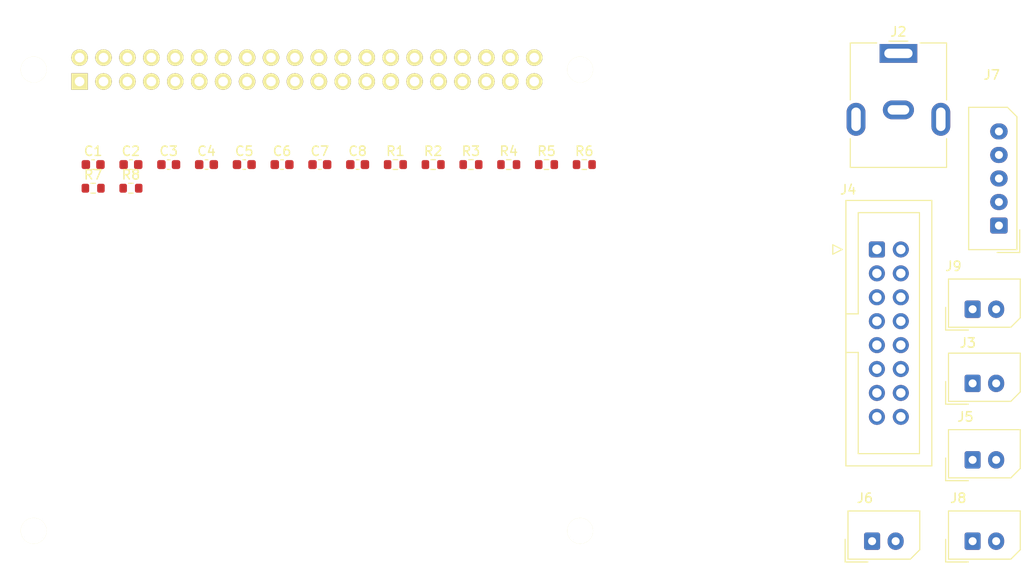
<source format=kicad_pcb>
(kicad_pcb (version 20171130) (host pcbnew "(5.1.9)-1")

  (general
    (thickness 1.6)
    (drawings 0)
    (tracks 0)
    (zones 0)
    (modules 25)
    (nets 32)
  )

  (page A4)
  (layers
    (0 F.Cu signal)
    (31 B.Cu signal)
    (32 B.Adhes user)
    (33 F.Adhes user)
    (34 B.Paste user)
    (35 F.Paste user)
    (36 B.SilkS user)
    (37 F.SilkS user)
    (38 B.Mask user)
    (39 F.Mask user)
    (40 Dwgs.User user)
    (41 Cmts.User user)
    (42 Eco1.User user)
    (43 Eco2.User user)
    (44 Edge.Cuts user)
    (45 Margin user)
    (46 B.CrtYd user)
    (47 F.CrtYd user)
    (48 B.Fab user)
    (49 F.Fab user)
  )

  (setup
    (last_trace_width 0.25)
    (trace_clearance 0.2)
    (zone_clearance 0.508)
    (zone_45_only no)
    (trace_min 0.2)
    (via_size 0.8)
    (via_drill 0.4)
    (via_min_size 0.4)
    (via_min_drill 0.3)
    (uvia_size 0.3)
    (uvia_drill 0.1)
    (uvias_allowed no)
    (uvia_min_size 0.2)
    (uvia_min_drill 0.1)
    (edge_width 0.05)
    (segment_width 0.2)
    (pcb_text_width 0.3)
    (pcb_text_size 1.5 1.5)
    (mod_edge_width 0.12)
    (mod_text_size 1 1)
    (mod_text_width 0.15)
    (pad_size 1.524 1.524)
    (pad_drill 0.762)
    (pad_to_mask_clearance 0)
    (aux_axis_origin 0 0)
    (visible_elements FFFFFF7F)
    (pcbplotparams
      (layerselection 0x010fc_ffffffff)
      (usegerberextensions false)
      (usegerberattributes true)
      (usegerberadvancedattributes true)
      (creategerberjobfile true)
      (excludeedgelayer true)
      (linewidth 0.100000)
      (plotframeref false)
      (viasonmask false)
      (mode 1)
      (useauxorigin false)
      (hpglpennumber 1)
      (hpglpenspeed 20)
      (hpglpendiameter 15.000000)
      (psnegative false)
      (psa4output false)
      (plotreference true)
      (plotvalue true)
      (plotinvisibletext false)
      (padsonsilk false)
      (subtractmaskfromsilk false)
      (outputformat 1)
      (mirror false)
      (drillshape 1)
      (scaleselection 1)
      (outputdirectory ""))
  )

  (net 0 "")
  (net 1 GND)
  (net 2 GPIO6)
  (net 3 GPIO10)
  (net 4 GPIO11)
  (net 5 GPIO5)
  (net 6 GPIO27)
  (net 7 GPIO26)
  (net 8 GPIO16)
  (net 9 GPIO12)
  (net 10 GPIO21)
  (net 11 GPIO20)
  (net 12 GPIO19)
  (net 13 GPIO13)
  (net 14 GPIO7)
  (net 15 GPIO25)
  (net 16 GPIO9)
  (net 17 GPIO24)
  (net 18 +3V3)
  (net 19 GPIO23)
  (net 20 GPIO22)
  (net 21 GPIO18)
  (net 22 GPIO17)
  (net 23 GPIO15)
  (net 24 GPIO14)
  (net 25 GPIO4)
  (net 26 GPIO3)
  (net 27 +5V)
  (net 28 GPIO2)
  (net 29 GPIO8)
  (net 30 GPIO1)
  (net 31 GPIO0)

  (net_class Default "This is the default net class."
    (clearance 0.2)
    (trace_width 0.25)
    (via_dia 0.8)
    (via_drill 0.4)
    (uvia_dia 0.3)
    (uvia_drill 0.1)
    (add_net +3V3)
    (add_net +5V)
    (add_net GND)
    (add_net GPIO0)
    (add_net GPIO1)
    (add_net GPIO10)
    (add_net GPIO11)
    (add_net GPIO12)
    (add_net GPIO13)
    (add_net GPIO14)
    (add_net GPIO15)
    (add_net GPIO16)
    (add_net GPIO17)
    (add_net GPIO18)
    (add_net GPIO19)
    (add_net GPIO2)
    (add_net GPIO20)
    (add_net GPIO21)
    (add_net GPIO22)
    (add_net GPIO23)
    (add_net GPIO24)
    (add_net GPIO25)
    (add_net GPIO26)
    (add_net GPIO27)
    (add_net GPIO3)
    (add_net GPIO4)
    (add_net GPIO5)
    (add_net GPIO6)
    (add_net GPIO7)
    (add_net GPIO8)
    (add_net GPIO9)
  )

  (module Connector_Molex:Molex_SPOX_5267-02A_1x02_P2.50mm_Vertical (layer F.Cu) (tedit 5B7833F7) (tstamp 6086B885)
    (at 199.898 98.806)
    (descr "Molex SPOX Connector System, 5267-02A, 2 Pins per row (http://www.molex.com/pdm_docs/sd/022035035_sd.pdf), generated with kicad-footprint-generator")
    (tags "connector Molex SPOX side entry")
    (path /60A4D3E1)
    (fp_text reference J9 (at -2.032 -4.572) (layer F.SilkS)
      (effects (font (size 1 1) (thickness 0.15)))
    )
    (fp_text value POWER (at 2.54 -4.826) (layer F.Fab)
      (effects (font (size 1 1) (thickness 0.15)))
    )
    (fp_text user %R (at 1.25 -2.4) (layer F.Fab)
      (effects (font (size 1 1) (thickness 0.15)))
    )
    (fp_line (start -2.45 -3.1) (end -2.45 1.8) (layer F.Fab) (width 0.1))
    (fp_line (start -2.45 1.8) (end 3.95 1.8) (layer F.Fab) (width 0.1))
    (fp_line (start 3.95 1.8) (end 4.95 0.8) (layer F.Fab) (width 0.1))
    (fp_line (start 4.95 0.8) (end 4.95 -3.1) (layer F.Fab) (width 0.1))
    (fp_line (start 4.95 -3.1) (end -2.45 -3.1) (layer F.Fab) (width 0.1))
    (fp_line (start -2.56 -3.21) (end -2.56 1.91) (layer F.SilkS) (width 0.12))
    (fp_line (start -2.56 1.91) (end 4.06 1.91) (layer F.SilkS) (width 0.12))
    (fp_line (start 4.06 1.91) (end 5.06 0.91) (layer F.SilkS) (width 0.12))
    (fp_line (start 5.06 0.91) (end 5.06 -3.21) (layer F.SilkS) (width 0.12))
    (fp_line (start 5.06 -3.21) (end -2.56 -3.21) (layer F.SilkS) (width 0.12))
    (fp_line (start -2.86 -0.2) (end -2.86 2.21) (layer F.SilkS) (width 0.12))
    (fp_line (start -2.86 2.21) (end -0.45 2.21) (layer F.SilkS) (width 0.12))
    (fp_line (start -0.5 1.8) (end 0 1.092893) (layer F.Fab) (width 0.1))
    (fp_line (start 0 1.092893) (end 0.5 1.8) (layer F.Fab) (width 0.1))
    (fp_line (start -2.95 -3.6) (end -2.95 2.3) (layer F.CrtYd) (width 0.05))
    (fp_line (start -2.95 2.3) (end 4.45 2.3) (layer F.CrtYd) (width 0.05))
    (fp_line (start 4.45 2.3) (end 5.45 1.3) (layer F.CrtYd) (width 0.05))
    (fp_line (start 5.45 1.3) (end 5.45 -3.6) (layer F.CrtYd) (width 0.05))
    (fp_line (start 5.45 -3.6) (end -2.95 -3.6) (layer F.CrtYd) (width 0.05))
    (pad 2 thru_hole oval (at 2.5 0) (size 1.7 1.85) (drill 0.85) (layers *.Cu *.Mask)
      (net 1 GND))
    (pad 1 thru_hole roundrect (at 0 0) (size 1.7 1.85) (drill 0.85) (layers *.Cu *.Mask) (roundrect_rratio 0.147059)
      (net 27 +5V))
    (model ${KISYS3DMOD}/Connector_Molex.3dshapes/Molex_SPOX_5267-02A_1x02_P2.50mm_Vertical.wrl
      (at (xyz 0 0 0))
      (scale (xyz 1 1 1))
      (rotate (xyz 0 0 0))
    )
  )

  (module Resistor_SMD:R_0603_1608Metric (layer F.Cu) (tedit 5F68FEEE) (tstamp 60868FE2)
    (at 110.563 85.949)
    (descr "Resistor SMD 0603 (1608 Metric), square (rectangular) end terminal, IPC_7351 nominal, (Body size source: IPC-SM-782 page 72, https://www.pcb-3d.com/wordpress/wp-content/uploads/ipc-sm-782a_amendment_1_and_2.pdf), generated with kicad-footprint-generator")
    (tags resistor)
    (path /608A7888)
    (attr smd)
    (fp_text reference R8 (at 0 -1.43) (layer F.SilkS)
      (effects (font (size 1 1) (thickness 0.15)))
    )
    (fp_text value 10K (at 0 1.43) (layer F.Fab)
      (effects (font (size 1 1) (thickness 0.15)))
    )
    (fp_line (start 1.48 0.73) (end -1.48 0.73) (layer F.CrtYd) (width 0.05))
    (fp_line (start 1.48 -0.73) (end 1.48 0.73) (layer F.CrtYd) (width 0.05))
    (fp_line (start -1.48 -0.73) (end 1.48 -0.73) (layer F.CrtYd) (width 0.05))
    (fp_line (start -1.48 0.73) (end -1.48 -0.73) (layer F.CrtYd) (width 0.05))
    (fp_line (start -0.237258 0.5225) (end 0.237258 0.5225) (layer F.SilkS) (width 0.12))
    (fp_line (start -0.237258 -0.5225) (end 0.237258 -0.5225) (layer F.SilkS) (width 0.12))
    (fp_line (start 0.8 0.4125) (end -0.8 0.4125) (layer F.Fab) (width 0.1))
    (fp_line (start 0.8 -0.4125) (end 0.8 0.4125) (layer F.Fab) (width 0.1))
    (fp_line (start -0.8 -0.4125) (end 0.8 -0.4125) (layer F.Fab) (width 0.1))
    (fp_line (start -0.8 0.4125) (end -0.8 -0.4125) (layer F.Fab) (width 0.1))
    (fp_text user %R (at 0 0) (layer F.Fab)
      (effects (font (size 0.4 0.4) (thickness 0.06)))
    )
    (pad 1 smd roundrect (at -0.825 0) (size 0.8 0.95) (layers F.Cu F.Paste F.Mask) (roundrect_rratio 0.25)
      (net 18 +3V3))
    (pad 2 smd roundrect (at 0.825 0) (size 0.8 0.95) (layers F.Cu F.Paste F.Mask) (roundrect_rratio 0.25)
      (net 9 GPIO12))
    (model ${KISYS3DMOD}/Resistor_SMD.3dshapes/R_0603_1608Metric.wrl
      (at (xyz 0 0 0))
      (scale (xyz 1 1 1))
      (rotate (xyz 0 0 0))
    )
  )

  (module Resistor_SMD:R_0603_1608Metric (layer F.Cu) (tedit 5F68FEEE) (tstamp 60868FD1)
    (at 106.553 85.949)
    (descr "Resistor SMD 0603 (1608 Metric), square (rectangular) end terminal, IPC_7351 nominal, (Body size source: IPC-SM-782 page 72, https://www.pcb-3d.com/wordpress/wp-content/uploads/ipc-sm-782a_amendment_1_and_2.pdf), generated with kicad-footprint-generator")
    (tags resistor)
    (path /6085535E)
    (attr smd)
    (fp_text reference R7 (at 0 -1.43) (layer F.SilkS)
      (effects (font (size 1 1) (thickness 0.15)))
    )
    (fp_text value 10K (at 0 1.43) (layer F.Fab)
      (effects (font (size 1 1) (thickness 0.15)))
    )
    (fp_line (start 1.48 0.73) (end -1.48 0.73) (layer F.CrtYd) (width 0.05))
    (fp_line (start 1.48 -0.73) (end 1.48 0.73) (layer F.CrtYd) (width 0.05))
    (fp_line (start -1.48 -0.73) (end 1.48 -0.73) (layer F.CrtYd) (width 0.05))
    (fp_line (start -1.48 0.73) (end -1.48 -0.73) (layer F.CrtYd) (width 0.05))
    (fp_line (start -0.237258 0.5225) (end 0.237258 0.5225) (layer F.SilkS) (width 0.12))
    (fp_line (start -0.237258 -0.5225) (end 0.237258 -0.5225) (layer F.SilkS) (width 0.12))
    (fp_line (start 0.8 0.4125) (end -0.8 0.4125) (layer F.Fab) (width 0.1))
    (fp_line (start 0.8 -0.4125) (end 0.8 0.4125) (layer F.Fab) (width 0.1))
    (fp_line (start -0.8 -0.4125) (end 0.8 -0.4125) (layer F.Fab) (width 0.1))
    (fp_line (start -0.8 0.4125) (end -0.8 -0.4125) (layer F.Fab) (width 0.1))
    (fp_text user %R (at 0 0) (layer F.Fab)
      (effects (font (size 0.4 0.4) (thickness 0.06)))
    )
    (pad 1 smd roundrect (at -0.825 0) (size 0.8 0.95) (layers F.Cu F.Paste F.Mask) (roundrect_rratio 0.25)
      (net 18 +3V3))
    (pad 2 smd roundrect (at 0.825 0) (size 0.8 0.95) (layers F.Cu F.Paste F.Mask) (roundrect_rratio 0.25)
      (net 8 GPIO16))
    (model ${KISYS3DMOD}/Resistor_SMD.3dshapes/R_0603_1608Metric.wrl
      (at (xyz 0 0 0))
      (scale (xyz 1 1 1))
      (rotate (xyz 0 0 0))
    )
  )

  (module Resistor_SMD:R_0603_1608Metric (layer F.Cu) (tedit 5F68FEEE) (tstamp 60868FC0)
    (at 158.683 83.439)
    (descr "Resistor SMD 0603 (1608 Metric), square (rectangular) end terminal, IPC_7351 nominal, (Body size source: IPC-SM-782 page 72, https://www.pcb-3d.com/wordpress/wp-content/uploads/ipc-sm-782a_amendment_1_and_2.pdf), generated with kicad-footprint-generator")
    (tags resistor)
    (path /6085807C)
    (attr smd)
    (fp_text reference R6 (at 0 -1.43) (layer F.SilkS)
      (effects (font (size 1 1) (thickness 0.15)))
    )
    (fp_text value 10K (at 0 1.43) (layer F.Fab)
      (effects (font (size 1 1) (thickness 0.15)))
    )
    (fp_line (start 1.48 0.73) (end -1.48 0.73) (layer F.CrtYd) (width 0.05))
    (fp_line (start 1.48 -0.73) (end 1.48 0.73) (layer F.CrtYd) (width 0.05))
    (fp_line (start -1.48 -0.73) (end 1.48 -0.73) (layer F.CrtYd) (width 0.05))
    (fp_line (start -1.48 0.73) (end -1.48 -0.73) (layer F.CrtYd) (width 0.05))
    (fp_line (start -0.237258 0.5225) (end 0.237258 0.5225) (layer F.SilkS) (width 0.12))
    (fp_line (start -0.237258 -0.5225) (end 0.237258 -0.5225) (layer F.SilkS) (width 0.12))
    (fp_line (start 0.8 0.4125) (end -0.8 0.4125) (layer F.Fab) (width 0.1))
    (fp_line (start 0.8 -0.4125) (end 0.8 0.4125) (layer F.Fab) (width 0.1))
    (fp_line (start -0.8 -0.4125) (end 0.8 -0.4125) (layer F.Fab) (width 0.1))
    (fp_line (start -0.8 0.4125) (end -0.8 -0.4125) (layer F.Fab) (width 0.1))
    (fp_text user %R (at 0 0) (layer F.Fab)
      (effects (font (size 0.4 0.4) (thickness 0.06)))
    )
    (pad 1 smd roundrect (at -0.825 0) (size 0.8 0.95) (layers F.Cu F.Paste F.Mask) (roundrect_rratio 0.25)
      (net 18 +3V3))
    (pad 2 smd roundrect (at 0.825 0) (size 0.8 0.95) (layers F.Cu F.Paste F.Mask) (roundrect_rratio 0.25)
      (net 7 GPIO26))
    (model ${KISYS3DMOD}/Resistor_SMD.3dshapes/R_0603_1608Metric.wrl
      (at (xyz 0 0 0))
      (scale (xyz 1 1 1))
      (rotate (xyz 0 0 0))
    )
  )

  (module Resistor_SMD:R_0603_1608Metric (layer F.Cu) (tedit 5F68FEEE) (tstamp 60868FAF)
    (at 154.673 83.439)
    (descr "Resistor SMD 0603 (1608 Metric), square (rectangular) end terminal, IPC_7351 nominal, (Body size source: IPC-SM-782 page 72, https://www.pcb-3d.com/wordpress/wp-content/uploads/ipc-sm-782a_amendment_1_and_2.pdf), generated with kicad-footprint-generator")
    (tags resistor)
    (path /6085B1DB)
    (attr smd)
    (fp_text reference R5 (at 0 -1.43) (layer F.SilkS)
      (effects (font (size 1 1) (thickness 0.15)))
    )
    (fp_text value 10K (at 0 1.43) (layer F.Fab)
      (effects (font (size 1 1) (thickness 0.15)))
    )
    (fp_line (start 1.48 0.73) (end -1.48 0.73) (layer F.CrtYd) (width 0.05))
    (fp_line (start 1.48 -0.73) (end 1.48 0.73) (layer F.CrtYd) (width 0.05))
    (fp_line (start -1.48 -0.73) (end 1.48 -0.73) (layer F.CrtYd) (width 0.05))
    (fp_line (start -1.48 0.73) (end -1.48 -0.73) (layer F.CrtYd) (width 0.05))
    (fp_line (start -0.237258 0.5225) (end 0.237258 0.5225) (layer F.SilkS) (width 0.12))
    (fp_line (start -0.237258 -0.5225) (end 0.237258 -0.5225) (layer F.SilkS) (width 0.12))
    (fp_line (start 0.8 0.4125) (end -0.8 0.4125) (layer F.Fab) (width 0.1))
    (fp_line (start 0.8 -0.4125) (end 0.8 0.4125) (layer F.Fab) (width 0.1))
    (fp_line (start -0.8 -0.4125) (end 0.8 -0.4125) (layer F.Fab) (width 0.1))
    (fp_line (start -0.8 0.4125) (end -0.8 -0.4125) (layer F.Fab) (width 0.1))
    (fp_text user %R (at 0 0) (layer F.Fab)
      (effects (font (size 0.4 0.4) (thickness 0.06)))
    )
    (pad 1 smd roundrect (at -0.825 0) (size 0.8 0.95) (layers F.Cu F.Paste F.Mask) (roundrect_rratio 0.25)
      (net 18 +3V3))
    (pad 2 smd roundrect (at 0.825 0) (size 0.8 0.95) (layers F.Cu F.Paste F.Mask) (roundrect_rratio 0.25)
      (net 6 GPIO27))
    (model ${KISYS3DMOD}/Resistor_SMD.3dshapes/R_0603_1608Metric.wrl
      (at (xyz 0 0 0))
      (scale (xyz 1 1 1))
      (rotate (xyz 0 0 0))
    )
  )

  (module Resistor_SMD:R_0603_1608Metric (layer F.Cu) (tedit 5F68FEEE) (tstamp 60868F9E)
    (at 150.663 83.439)
    (descr "Resistor SMD 0603 (1608 Metric), square (rectangular) end terminal, IPC_7351 nominal, (Body size source: IPC-SM-782 page 72, https://www.pcb-3d.com/wordpress/wp-content/uploads/ipc-sm-782a_amendment_1_and_2.pdf), generated with kicad-footprint-generator")
    (tags resistor)
    (path /6085B93A)
    (attr smd)
    (fp_text reference R4 (at 0 -1.43) (layer F.SilkS)
      (effects (font (size 1 1) (thickness 0.15)))
    )
    (fp_text value 10K (at 0 1.43) (layer F.Fab)
      (effects (font (size 1 1) (thickness 0.15)))
    )
    (fp_line (start 1.48 0.73) (end -1.48 0.73) (layer F.CrtYd) (width 0.05))
    (fp_line (start 1.48 -0.73) (end 1.48 0.73) (layer F.CrtYd) (width 0.05))
    (fp_line (start -1.48 -0.73) (end 1.48 -0.73) (layer F.CrtYd) (width 0.05))
    (fp_line (start -1.48 0.73) (end -1.48 -0.73) (layer F.CrtYd) (width 0.05))
    (fp_line (start -0.237258 0.5225) (end 0.237258 0.5225) (layer F.SilkS) (width 0.12))
    (fp_line (start -0.237258 -0.5225) (end 0.237258 -0.5225) (layer F.SilkS) (width 0.12))
    (fp_line (start 0.8 0.4125) (end -0.8 0.4125) (layer F.Fab) (width 0.1))
    (fp_line (start 0.8 -0.4125) (end 0.8 0.4125) (layer F.Fab) (width 0.1))
    (fp_line (start -0.8 -0.4125) (end 0.8 -0.4125) (layer F.Fab) (width 0.1))
    (fp_line (start -0.8 0.4125) (end -0.8 -0.4125) (layer F.Fab) (width 0.1))
    (fp_text user %R (at 0 0) (layer F.Fab)
      (effects (font (size 0.4 0.4) (thickness 0.06)))
    )
    (pad 1 smd roundrect (at -0.825 0) (size 0.8 0.95) (layers F.Cu F.Paste F.Mask) (roundrect_rratio 0.25)
      (net 18 +3V3))
    (pad 2 smd roundrect (at 0.825 0) (size 0.8 0.95) (layers F.Cu F.Paste F.Mask) (roundrect_rratio 0.25)
      (net 5 GPIO5))
    (model ${KISYS3DMOD}/Resistor_SMD.3dshapes/R_0603_1608Metric.wrl
      (at (xyz 0 0 0))
      (scale (xyz 1 1 1))
      (rotate (xyz 0 0 0))
    )
  )

  (module Resistor_SMD:R_0603_1608Metric (layer F.Cu) (tedit 5F68FEEE) (tstamp 60868F8D)
    (at 146.653 83.439)
    (descr "Resistor SMD 0603 (1608 Metric), square (rectangular) end terminal, IPC_7351 nominal, (Body size source: IPC-SM-782 page 72, https://www.pcb-3d.com/wordpress/wp-content/uploads/ipc-sm-782a_amendment_1_and_2.pdf), generated with kicad-footprint-generator")
    (tags resistor)
    (path /6089966C)
    (attr smd)
    (fp_text reference R3 (at 0 -1.43) (layer F.SilkS)
      (effects (font (size 1 1) (thickness 0.15)))
    )
    (fp_text value 10K (at 0 1.43) (layer F.Fab)
      (effects (font (size 1 1) (thickness 0.15)))
    )
    (fp_line (start 1.48 0.73) (end -1.48 0.73) (layer F.CrtYd) (width 0.05))
    (fp_line (start 1.48 -0.73) (end 1.48 0.73) (layer F.CrtYd) (width 0.05))
    (fp_line (start -1.48 -0.73) (end 1.48 -0.73) (layer F.CrtYd) (width 0.05))
    (fp_line (start -1.48 0.73) (end -1.48 -0.73) (layer F.CrtYd) (width 0.05))
    (fp_line (start -0.237258 0.5225) (end 0.237258 0.5225) (layer F.SilkS) (width 0.12))
    (fp_line (start -0.237258 -0.5225) (end 0.237258 -0.5225) (layer F.SilkS) (width 0.12))
    (fp_line (start 0.8 0.4125) (end -0.8 0.4125) (layer F.Fab) (width 0.1))
    (fp_line (start 0.8 -0.4125) (end 0.8 0.4125) (layer F.Fab) (width 0.1))
    (fp_line (start -0.8 -0.4125) (end 0.8 -0.4125) (layer F.Fab) (width 0.1))
    (fp_line (start -0.8 0.4125) (end -0.8 -0.4125) (layer F.Fab) (width 0.1))
    (fp_text user %R (at 0 0) (layer F.Fab)
      (effects (font (size 0.4 0.4) (thickness 0.06)))
    )
    (pad 1 smd roundrect (at -0.825 0) (size 0.8 0.95) (layers F.Cu F.Paste F.Mask) (roundrect_rratio 0.25)
      (net 18 +3V3))
    (pad 2 smd roundrect (at 0.825 0) (size 0.8 0.95) (layers F.Cu F.Paste F.Mask) (roundrect_rratio 0.25)
      (net 4 GPIO11))
    (model ${KISYS3DMOD}/Resistor_SMD.3dshapes/R_0603_1608Metric.wrl
      (at (xyz 0 0 0))
      (scale (xyz 1 1 1))
      (rotate (xyz 0 0 0))
    )
  )

  (module Resistor_SMD:R_0603_1608Metric (layer F.Cu) (tedit 5F68FEEE) (tstamp 60868F7C)
    (at 142.643 83.439)
    (descr "Resistor SMD 0603 (1608 Metric), square (rectangular) end terminal, IPC_7351 nominal, (Body size source: IPC-SM-782 page 72, https://www.pcb-3d.com/wordpress/wp-content/uploads/ipc-sm-782a_amendment_1_and_2.pdf), generated with kicad-footprint-generator")
    (tags resistor)
    (path /60894736)
    (attr smd)
    (fp_text reference R2 (at 0 -1.43) (layer F.SilkS)
      (effects (font (size 1 1) (thickness 0.15)))
    )
    (fp_text value 10K (at 0 1.43) (layer F.Fab)
      (effects (font (size 1 1) (thickness 0.15)))
    )
    (fp_line (start 1.48 0.73) (end -1.48 0.73) (layer F.CrtYd) (width 0.05))
    (fp_line (start 1.48 -0.73) (end 1.48 0.73) (layer F.CrtYd) (width 0.05))
    (fp_line (start -1.48 -0.73) (end 1.48 -0.73) (layer F.CrtYd) (width 0.05))
    (fp_line (start -1.48 0.73) (end -1.48 -0.73) (layer F.CrtYd) (width 0.05))
    (fp_line (start -0.237258 0.5225) (end 0.237258 0.5225) (layer F.SilkS) (width 0.12))
    (fp_line (start -0.237258 -0.5225) (end 0.237258 -0.5225) (layer F.SilkS) (width 0.12))
    (fp_line (start 0.8 0.4125) (end -0.8 0.4125) (layer F.Fab) (width 0.1))
    (fp_line (start 0.8 -0.4125) (end 0.8 0.4125) (layer F.Fab) (width 0.1))
    (fp_line (start -0.8 -0.4125) (end 0.8 -0.4125) (layer F.Fab) (width 0.1))
    (fp_line (start -0.8 0.4125) (end -0.8 -0.4125) (layer F.Fab) (width 0.1))
    (fp_text user %R (at 0 0) (layer F.Fab)
      (effects (font (size 0.4 0.4) (thickness 0.06)))
    )
    (pad 1 smd roundrect (at -0.825 0) (size 0.8 0.95) (layers F.Cu F.Paste F.Mask) (roundrect_rratio 0.25)
      (net 18 +3V3))
    (pad 2 smd roundrect (at 0.825 0) (size 0.8 0.95) (layers F.Cu F.Paste F.Mask) (roundrect_rratio 0.25)
      (net 3 GPIO10))
    (model ${KISYS3DMOD}/Resistor_SMD.3dshapes/R_0603_1608Metric.wrl
      (at (xyz 0 0 0))
      (scale (xyz 1 1 1))
      (rotate (xyz 0 0 0))
    )
  )

  (module Resistor_SMD:R_0603_1608Metric (layer F.Cu) (tedit 5F68FEEE) (tstamp 60868F6B)
    (at 138.633 83.439)
    (descr "Resistor SMD 0603 (1608 Metric), square (rectangular) end terminal, IPC_7351 nominal, (Body size source: IPC-SM-782 page 72, https://www.pcb-3d.com/wordpress/wp-content/uploads/ipc-sm-782a_amendment_1_and_2.pdf), generated with kicad-footprint-generator")
    (tags resistor)
    (path /6082043B)
    (attr smd)
    (fp_text reference R1 (at 0 -1.43) (layer F.SilkS)
      (effects (font (size 1 1) (thickness 0.15)))
    )
    (fp_text value 10K (at 0 1.43) (layer F.Fab)
      (effects (font (size 1 1) (thickness 0.15)))
    )
    (fp_line (start 1.48 0.73) (end -1.48 0.73) (layer F.CrtYd) (width 0.05))
    (fp_line (start 1.48 -0.73) (end 1.48 0.73) (layer F.CrtYd) (width 0.05))
    (fp_line (start -1.48 -0.73) (end 1.48 -0.73) (layer F.CrtYd) (width 0.05))
    (fp_line (start -1.48 0.73) (end -1.48 -0.73) (layer F.CrtYd) (width 0.05))
    (fp_line (start -0.237258 0.5225) (end 0.237258 0.5225) (layer F.SilkS) (width 0.12))
    (fp_line (start -0.237258 -0.5225) (end 0.237258 -0.5225) (layer F.SilkS) (width 0.12))
    (fp_line (start 0.8 0.4125) (end -0.8 0.4125) (layer F.Fab) (width 0.1))
    (fp_line (start 0.8 -0.4125) (end 0.8 0.4125) (layer F.Fab) (width 0.1))
    (fp_line (start -0.8 -0.4125) (end 0.8 -0.4125) (layer F.Fab) (width 0.1))
    (fp_line (start -0.8 0.4125) (end -0.8 -0.4125) (layer F.Fab) (width 0.1))
    (fp_text user %R (at 0 0) (layer F.Fab)
      (effects (font (size 0.4 0.4) (thickness 0.06)))
    )
    (pad 1 smd roundrect (at -0.825 0) (size 0.8 0.95) (layers F.Cu F.Paste F.Mask) (roundrect_rratio 0.25)
      (net 18 +3V3))
    (pad 2 smd roundrect (at 0.825 0) (size 0.8 0.95) (layers F.Cu F.Paste F.Mask) (roundrect_rratio 0.25)
      (net 2 GPIO6))
    (model ${KISYS3DMOD}/Resistor_SMD.3dshapes/R_0603_1608Metric.wrl
      (at (xyz 0 0 0))
      (scale (xyz 1 1 1))
      (rotate (xyz 0 0 0))
    )
  )

  (module Connector_Molex:Molex_SPOX_5267-02A_1x02_P2.50mm_Vertical (layer F.Cu) (tedit 5B7833F7) (tstamp 60868F5A)
    (at 199.898 123.444)
    (descr "Molex SPOX Connector System, 5267-02A, 2 Pins per row (http://www.molex.com/pdm_docs/sd/022035035_sd.pdf), generated with kicad-footprint-generator")
    (tags "connector Molex SPOX side entry")
    (path /608A78A0)
    (fp_text reference J8 (at -1.524 -4.572) (layer F.SilkS)
      (effects (font (size 1 1) (thickness 0.15)))
    )
    (fp_text value SW4 (at 2.794 -4.572) (layer F.Fab)
      (effects (font (size 1 1) (thickness 0.15)))
    )
    (fp_text user %R (at 1.25 -2.4) (layer F.Fab)
      (effects (font (size 1 1) (thickness 0.15)))
    )
    (fp_line (start -2.45 -3.1) (end -2.45 1.8) (layer F.Fab) (width 0.1))
    (fp_line (start -2.45 1.8) (end 3.95 1.8) (layer F.Fab) (width 0.1))
    (fp_line (start 3.95 1.8) (end 4.95 0.8) (layer F.Fab) (width 0.1))
    (fp_line (start 4.95 0.8) (end 4.95 -3.1) (layer F.Fab) (width 0.1))
    (fp_line (start 4.95 -3.1) (end -2.45 -3.1) (layer F.Fab) (width 0.1))
    (fp_line (start -2.56 -3.21) (end -2.56 1.91) (layer F.SilkS) (width 0.12))
    (fp_line (start -2.56 1.91) (end 4.06 1.91) (layer F.SilkS) (width 0.12))
    (fp_line (start 4.06 1.91) (end 5.06 0.91) (layer F.SilkS) (width 0.12))
    (fp_line (start 5.06 0.91) (end 5.06 -3.21) (layer F.SilkS) (width 0.12))
    (fp_line (start 5.06 -3.21) (end -2.56 -3.21) (layer F.SilkS) (width 0.12))
    (fp_line (start -2.86 -0.2) (end -2.86 2.21) (layer F.SilkS) (width 0.12))
    (fp_line (start -2.86 2.21) (end -0.45 2.21) (layer F.SilkS) (width 0.12))
    (fp_line (start -0.5 1.8) (end 0 1.092893) (layer F.Fab) (width 0.1))
    (fp_line (start 0 1.092893) (end 0.5 1.8) (layer F.Fab) (width 0.1))
    (fp_line (start -2.95 -3.6) (end -2.95 2.3) (layer F.CrtYd) (width 0.05))
    (fp_line (start -2.95 2.3) (end 4.45 2.3) (layer F.CrtYd) (width 0.05))
    (fp_line (start 4.45 2.3) (end 5.45 1.3) (layer F.CrtYd) (width 0.05))
    (fp_line (start 5.45 1.3) (end 5.45 -3.6) (layer F.CrtYd) (width 0.05))
    (fp_line (start 5.45 -3.6) (end -2.95 -3.6) (layer F.CrtYd) (width 0.05))
    (pad 2 thru_hole oval (at 2.5 0) (size 1.7 1.85) (drill 0.85) (layers *.Cu *.Mask)
      (net 1 GND))
    (pad 1 thru_hole roundrect (at 0 0) (size 1.7 1.85) (drill 0.85) (layers *.Cu *.Mask) (roundrect_rratio 0.147059)
      (net 9 GPIO12))
    (model ${KISYS3DMOD}/Connector_Molex.3dshapes/Molex_SPOX_5267-02A_1x02_P2.50mm_Vertical.wrl
      (at (xyz 0 0 0))
      (scale (xyz 1 1 1))
      (rotate (xyz 0 0 0))
    )
  )

  (module Connector_Molex:Molex_SPOX_5267-05A_1x05_P2.50mm_Vertical (layer F.Cu) (tedit 5B7833F7) (tstamp 60868F40)
    (at 202.692 89.916 90)
    (descr "Molex SPOX Connector System, 5267-05A, 5 Pins per row (http://www.molex.com/pdm_docs/sd/022035035_sd.pdf), generated with kicad-footprint-generator")
    (tags "connector Molex SPOX side entry")
    (path /607EEAB2)
    (fp_text reference J7 (at 16.002 -0.762 180) (layer F.SilkS)
      (effects (font (size 1 1) (thickness 0.15)))
    )
    (fp_text value Joystick (at 14.224 -0.762 180) (layer F.Fab)
      (effects (font (size 1 1) (thickness 0.15)))
    )
    (fp_line (start 12.95 -3.6) (end -2.95 -3.6) (layer F.CrtYd) (width 0.05))
    (fp_line (start 12.95 1.3) (end 12.95 -3.6) (layer F.CrtYd) (width 0.05))
    (fp_line (start 11.95 2.3) (end 12.95 1.3) (layer F.CrtYd) (width 0.05))
    (fp_line (start -2.95 2.3) (end 11.95 2.3) (layer F.CrtYd) (width 0.05))
    (fp_line (start -2.95 -3.6) (end -2.95 2.3) (layer F.CrtYd) (width 0.05))
    (fp_line (start 0 1.092893) (end 0.5 1.8) (layer F.Fab) (width 0.1))
    (fp_line (start -0.5 1.8) (end 0 1.092893) (layer F.Fab) (width 0.1))
    (fp_line (start -2.86 2.21) (end -0.45 2.21) (layer F.SilkS) (width 0.12))
    (fp_line (start -2.86 -0.2) (end -2.86 2.21) (layer F.SilkS) (width 0.12))
    (fp_line (start 12.56 -3.21) (end -2.56 -3.21) (layer F.SilkS) (width 0.12))
    (fp_line (start 12.56 0.91) (end 12.56 -3.21) (layer F.SilkS) (width 0.12))
    (fp_line (start 11.56 1.91) (end 12.56 0.91) (layer F.SilkS) (width 0.12))
    (fp_line (start -2.56 1.91) (end 11.56 1.91) (layer F.SilkS) (width 0.12))
    (fp_line (start -2.56 -3.21) (end -2.56 1.91) (layer F.SilkS) (width 0.12))
    (fp_line (start 12.45 -3.1) (end -2.45 -3.1) (layer F.Fab) (width 0.1))
    (fp_line (start 12.45 0.8) (end 12.45 -3.1) (layer F.Fab) (width 0.1))
    (fp_line (start 11.45 1.8) (end 12.45 0.8) (layer F.Fab) (width 0.1))
    (fp_line (start -2.45 1.8) (end 11.45 1.8) (layer F.Fab) (width 0.1))
    (fp_line (start -2.45 -3.1) (end -2.45 1.8) (layer F.Fab) (width 0.1))
    (fp_text user %R (at 5 -2.4 90) (layer F.Fab)
      (effects (font (size 1 1) (thickness 0.15)))
    )
    (pad 1 thru_hole roundrect (at 0 0 90) (size 1.7 1.85) (drill 0.85) (layers *.Cu *.Mask) (roundrect_rratio 0.147059)
      (net 8 GPIO16))
    (pad 2 thru_hole oval (at 2.5 0 90) (size 1.7 1.85) (drill 0.85) (layers *.Cu *.Mask)
      (net 7 GPIO26))
    (pad 3 thru_hole oval (at 5 0 90) (size 1.7 1.85) (drill 0.85) (layers *.Cu *.Mask)
      (net 6 GPIO27))
    (pad 4 thru_hole oval (at 7.5 0 90) (size 1.7 1.85) (drill 0.85) (layers *.Cu *.Mask)
      (net 5 GPIO5))
    (pad 5 thru_hole oval (at 10 0 90) (size 1.7 1.85) (drill 0.85) (layers *.Cu *.Mask)
      (net 1 GND))
    (model ${KISYS3DMOD}/Connector_Molex.3dshapes/Molex_SPOX_5267-05A_1x05_P2.50mm_Vertical.wrl
      (at (xyz 0 0 0))
      (scale (xyz 1 1 1))
      (rotate (xyz 0 0 0))
    )
  )

  (module Connector_Molex:Molex_SPOX_5267-02A_1x02_P2.50mm_Vertical (layer F.Cu) (tedit 5B7833F7) (tstamp 60868F23)
    (at 189.23 123.444)
    (descr "Molex SPOX Connector System, 5267-02A, 2 Pins per row (http://www.molex.com/pdm_docs/sd/022035035_sd.pdf), generated with kicad-footprint-generator")
    (tags "connector Molex SPOX side entry")
    (path /60899684)
    (fp_text reference J6 (at -0.762 -4.572) (layer F.SilkS)
      (effects (font (size 1 1) (thickness 0.15)))
    )
    (fp_text value SW3 (at 2.794 -4.572) (layer F.Fab)
      (effects (font (size 1 1) (thickness 0.15)))
    )
    (fp_line (start 5.45 -3.6) (end -2.95 -3.6) (layer F.CrtYd) (width 0.05))
    (fp_line (start 5.45 1.3) (end 5.45 -3.6) (layer F.CrtYd) (width 0.05))
    (fp_line (start 4.45 2.3) (end 5.45 1.3) (layer F.CrtYd) (width 0.05))
    (fp_line (start -2.95 2.3) (end 4.45 2.3) (layer F.CrtYd) (width 0.05))
    (fp_line (start -2.95 -3.6) (end -2.95 2.3) (layer F.CrtYd) (width 0.05))
    (fp_line (start 0 1.092893) (end 0.5 1.8) (layer F.Fab) (width 0.1))
    (fp_line (start -0.5 1.8) (end 0 1.092893) (layer F.Fab) (width 0.1))
    (fp_line (start -2.86 2.21) (end -0.45 2.21) (layer F.SilkS) (width 0.12))
    (fp_line (start -2.86 -0.2) (end -2.86 2.21) (layer F.SilkS) (width 0.12))
    (fp_line (start 5.06 -3.21) (end -2.56 -3.21) (layer F.SilkS) (width 0.12))
    (fp_line (start 5.06 0.91) (end 5.06 -3.21) (layer F.SilkS) (width 0.12))
    (fp_line (start 4.06 1.91) (end 5.06 0.91) (layer F.SilkS) (width 0.12))
    (fp_line (start -2.56 1.91) (end 4.06 1.91) (layer F.SilkS) (width 0.12))
    (fp_line (start -2.56 -3.21) (end -2.56 1.91) (layer F.SilkS) (width 0.12))
    (fp_line (start 4.95 -3.1) (end -2.45 -3.1) (layer F.Fab) (width 0.1))
    (fp_line (start 4.95 0.8) (end 4.95 -3.1) (layer F.Fab) (width 0.1))
    (fp_line (start 3.95 1.8) (end 4.95 0.8) (layer F.Fab) (width 0.1))
    (fp_line (start -2.45 1.8) (end 3.95 1.8) (layer F.Fab) (width 0.1))
    (fp_line (start -2.45 -3.1) (end -2.45 1.8) (layer F.Fab) (width 0.1))
    (fp_text user %R (at 1.25 -2.4) (layer F.Fab)
      (effects (font (size 1 1) (thickness 0.15)))
    )
    (pad 1 thru_hole roundrect (at 0 0) (size 1.7 1.85) (drill 0.85) (layers *.Cu *.Mask) (roundrect_rratio 0.147059)
      (net 4 GPIO11))
    (pad 2 thru_hole oval (at 2.5 0) (size 1.7 1.85) (drill 0.85) (layers *.Cu *.Mask)
      (net 1 GND))
    (model ${KISYS3DMOD}/Connector_Molex.3dshapes/Molex_SPOX_5267-02A_1x02_P2.50mm_Vertical.wrl
      (at (xyz 0 0 0))
      (scale (xyz 1 1 1))
      (rotate (xyz 0 0 0))
    )
  )

  (module Connector_Molex:Molex_SPOX_5267-02A_1x02_P2.50mm_Vertical (layer F.Cu) (tedit 5B7833F7) (tstamp 60868F09)
    (at 199.898 114.808)
    (descr "Molex SPOX Connector System, 5267-02A, 2 Pins per row (http://www.molex.com/pdm_docs/sd/022035035_sd.pdf), generated with kicad-footprint-generator")
    (tags "connector Molex SPOX side entry")
    (path /6089474E)
    (fp_text reference J5 (at -0.762 -4.572) (layer F.SilkS)
      (effects (font (size 1 1) (thickness 0.15)))
    )
    (fp_text value SW2 (at 2.794 -4.572) (layer F.Fab)
      (effects (font (size 1 1) (thickness 0.15)))
    )
    (fp_line (start 5.45 -3.6) (end -2.95 -3.6) (layer F.CrtYd) (width 0.05))
    (fp_line (start 5.45 1.3) (end 5.45 -3.6) (layer F.CrtYd) (width 0.05))
    (fp_line (start 4.45 2.3) (end 5.45 1.3) (layer F.CrtYd) (width 0.05))
    (fp_line (start -2.95 2.3) (end 4.45 2.3) (layer F.CrtYd) (width 0.05))
    (fp_line (start -2.95 -3.6) (end -2.95 2.3) (layer F.CrtYd) (width 0.05))
    (fp_line (start 0 1.092893) (end 0.5 1.8) (layer F.Fab) (width 0.1))
    (fp_line (start -0.5 1.8) (end 0 1.092893) (layer F.Fab) (width 0.1))
    (fp_line (start -2.86 2.21) (end -0.45 2.21) (layer F.SilkS) (width 0.12))
    (fp_line (start -2.86 -0.2) (end -2.86 2.21) (layer F.SilkS) (width 0.12))
    (fp_line (start 5.06 -3.21) (end -2.56 -3.21) (layer F.SilkS) (width 0.12))
    (fp_line (start 5.06 0.91) (end 5.06 -3.21) (layer F.SilkS) (width 0.12))
    (fp_line (start 4.06 1.91) (end 5.06 0.91) (layer F.SilkS) (width 0.12))
    (fp_line (start -2.56 1.91) (end 4.06 1.91) (layer F.SilkS) (width 0.12))
    (fp_line (start -2.56 -3.21) (end -2.56 1.91) (layer F.SilkS) (width 0.12))
    (fp_line (start 4.95 -3.1) (end -2.45 -3.1) (layer F.Fab) (width 0.1))
    (fp_line (start 4.95 0.8) (end 4.95 -3.1) (layer F.Fab) (width 0.1))
    (fp_line (start 3.95 1.8) (end 4.95 0.8) (layer F.Fab) (width 0.1))
    (fp_line (start -2.45 1.8) (end 3.95 1.8) (layer F.Fab) (width 0.1))
    (fp_line (start -2.45 -3.1) (end -2.45 1.8) (layer F.Fab) (width 0.1))
    (fp_text user %R (at 1.25 -2.4) (layer F.Fab)
      (effects (font (size 1 1) (thickness 0.15)))
    )
    (pad 1 thru_hole roundrect (at 0 0) (size 1.7 1.85) (drill 0.85) (layers *.Cu *.Mask) (roundrect_rratio 0.147059)
      (net 3 GPIO10))
    (pad 2 thru_hole oval (at 2.5 0) (size 1.7 1.85) (drill 0.85) (layers *.Cu *.Mask)
      (net 1 GND))
    (model ${KISYS3DMOD}/Connector_Molex.3dshapes/Molex_SPOX_5267-02A_1x02_P2.50mm_Vertical.wrl
      (at (xyz 0 0 0))
      (scale (xyz 1 1 1))
      (rotate (xyz 0 0 0))
    )
  )

  (module Connector_IDC:IDC-Header_2x08_P2.54mm_Vertical (layer F.Cu) (tedit 5EAC9A07) (tstamp 60868EEF)
    (at 189.738 92.456)
    (descr "Through hole IDC box header, 2x08, 2.54mm pitch, DIN 41651 / IEC 60603-13, double rows, https://docs.google.com/spreadsheets/d/16SsEcesNF15N3Lb4niX7dcUr-NY5_MFPQhobNuNppn4/edit#gid=0")
    (tags "Through hole vertical IDC box header THT 2x08 2.54mm double row")
    (path /607EB7AF)
    (fp_text reference J4 (at -3.048 -6.35) (layer F.SilkS)
      (effects (font (size 1 1) (thickness 0.15)))
    )
    (fp_text value LED_Matrix (at 2.032 -6.35) (layer F.Fab)
      (effects (font (size 1 1) (thickness 0.15)))
    )
    (fp_line (start 6.22 -5.6) (end -3.68 -5.6) (layer F.CrtYd) (width 0.05))
    (fp_line (start 6.22 23.38) (end 6.22 -5.6) (layer F.CrtYd) (width 0.05))
    (fp_line (start -3.68 23.38) (end 6.22 23.38) (layer F.CrtYd) (width 0.05))
    (fp_line (start -3.68 -5.6) (end -3.68 23.38) (layer F.CrtYd) (width 0.05))
    (fp_line (start -4.68 0.5) (end -3.68 0) (layer F.SilkS) (width 0.12))
    (fp_line (start -4.68 -0.5) (end -4.68 0.5) (layer F.SilkS) (width 0.12))
    (fp_line (start -3.68 0) (end -4.68 -0.5) (layer F.SilkS) (width 0.12))
    (fp_line (start -1.98 10.94) (end -3.29 10.94) (layer F.SilkS) (width 0.12))
    (fp_line (start -1.98 10.94) (end -1.98 10.94) (layer F.SilkS) (width 0.12))
    (fp_line (start -1.98 21.69) (end -1.98 10.94) (layer F.SilkS) (width 0.12))
    (fp_line (start 4.52 21.69) (end -1.98 21.69) (layer F.SilkS) (width 0.12))
    (fp_line (start 4.52 -3.91) (end 4.52 21.69) (layer F.SilkS) (width 0.12))
    (fp_line (start -1.98 -3.91) (end 4.52 -3.91) (layer F.SilkS) (width 0.12))
    (fp_line (start -1.98 6.84) (end -1.98 -3.91) (layer F.SilkS) (width 0.12))
    (fp_line (start -3.29 6.84) (end -1.98 6.84) (layer F.SilkS) (width 0.12))
    (fp_line (start -3.29 22.99) (end -3.29 -5.21) (layer F.SilkS) (width 0.12))
    (fp_line (start 5.83 22.99) (end -3.29 22.99) (layer F.SilkS) (width 0.12))
    (fp_line (start 5.83 -5.21) (end 5.83 22.99) (layer F.SilkS) (width 0.12))
    (fp_line (start -3.29 -5.21) (end 5.83 -5.21) (layer F.SilkS) (width 0.12))
    (fp_line (start -1.98 10.94) (end -3.18 10.94) (layer F.Fab) (width 0.1))
    (fp_line (start -1.98 10.94) (end -1.98 10.94) (layer F.Fab) (width 0.1))
    (fp_line (start -1.98 21.69) (end -1.98 10.94) (layer F.Fab) (width 0.1))
    (fp_line (start 4.52 21.69) (end -1.98 21.69) (layer F.Fab) (width 0.1))
    (fp_line (start 4.52 -3.91) (end 4.52 21.69) (layer F.Fab) (width 0.1))
    (fp_line (start -1.98 -3.91) (end 4.52 -3.91) (layer F.Fab) (width 0.1))
    (fp_line (start -1.98 6.84) (end -1.98 -3.91) (layer F.Fab) (width 0.1))
    (fp_line (start -3.18 6.84) (end -1.98 6.84) (layer F.Fab) (width 0.1))
    (fp_line (start -3.18 22.88) (end -3.18 -4.1) (layer F.Fab) (width 0.1))
    (fp_line (start 5.72 22.88) (end -3.18 22.88) (layer F.Fab) (width 0.1))
    (fp_line (start 5.72 -5.1) (end 5.72 22.88) (layer F.Fab) (width 0.1))
    (fp_line (start -2.18 -5.1) (end 5.72 -5.1) (layer F.Fab) (width 0.1))
    (fp_line (start -3.18 -4.1) (end -2.18 -5.1) (layer F.Fab) (width 0.1))
    (fp_text user %R (at 1.27 8.89 90) (layer F.Fab)
      (effects (font (size 1 1) (thickness 0.15)))
    )
    (pad 1 thru_hole roundrect (at 0 0) (size 1.7 1.7) (drill 1) (layers *.Cu *.Mask) (roundrect_rratio 0.147059)
      (net 22 GPIO17))
    (pad 3 thru_hole circle (at 0 2.54) (size 1.7 1.7) (drill 1) (layers *.Cu *.Mask)
      (net 20 GPIO22))
    (pad 5 thru_hole circle (at 0 5.08) (size 1.7 1.7) (drill 1) (layers *.Cu *.Mask)
      (net 19 GPIO23))
    (pad 7 thru_hole circle (at 0 7.62) (size 1.7 1.7) (drill 1) (layers *.Cu *.Mask)
      (net 15 GPIO25))
    (pad 9 thru_hole circle (at 0 10.16) (size 1.7 1.7) (drill 1) (layers *.Cu *.Mask)
      (net 14 GPIO7))
    (pad 11 thru_hole circle (at 0 12.7) (size 1.7 1.7) (drill 1) (layers *.Cu *.Mask)
      (net 16 GPIO9))
    (pad 13 thru_hole circle (at 0 15.24) (size 1.7 1.7) (drill 1) (layers *.Cu *.Mask)
      (net 26 GPIO3))
    (pad 15 thru_hole circle (at 0 17.78) (size 1.7 1.7) (drill 1) (layers *.Cu *.Mask)
      (net 28 GPIO2))
    (pad 2 thru_hole circle (at 2.54 0) (size 1.7 1.7) (drill 1) (layers *.Cu *.Mask)
      (net 21 GPIO18))
    (pad 4 thru_hole circle (at 2.54 2.54) (size 1.7 1.7) (drill 1) (layers *.Cu *.Mask)
      (net 1 GND))
    (pad 6 thru_hole circle (at 2.54 5.08) (size 1.7 1.7) (drill 1) (layers *.Cu *.Mask)
      (net 17 GPIO24))
    (pad 8 thru_hole circle (at 2.54 7.62) (size 1.7 1.7) (drill 1) (layers *.Cu *.Mask)
      (net 1 GND))
    (pad 10 thru_hole circle (at 2.54 10.16) (size 1.7 1.7) (drill 1) (layers *.Cu *.Mask)
      (net 29 GPIO8))
    (pad 12 thru_hole circle (at 2.54 12.7) (size 1.7 1.7) (drill 1) (layers *.Cu *.Mask)
      (net 1 GND))
    (pad 14 thru_hole circle (at 2.54 15.24) (size 1.7 1.7) (drill 1) (layers *.Cu *.Mask)
      (net 25 GPIO4))
    (pad 16 thru_hole circle (at 2.54 17.78) (size 1.7 1.7) (drill 1) (layers *.Cu *.Mask)
      (net 1 GND))
    (model ${KISYS3DMOD}/Connector_IDC.3dshapes/IDC-Header_2x08_P2.54mm_Vertical.wrl
      (at (xyz 0 0 0))
      (scale (xyz 1 1 1))
      (rotate (xyz 0 0 0))
    )
  )

  (module Connector_Molex:Molex_SPOX_5267-02A_1x02_P2.50mm_Vertical (layer F.Cu) (tedit 5B7833F7) (tstamp 60868EBA)
    (at 199.898 106.68)
    (descr "Molex SPOX Connector System, 5267-02A, 2 Pins per row (http://www.molex.com/pdm_docs/sd/022035035_sd.pdf), generated with kicad-footprint-generator")
    (tags "connector Molex SPOX side entry")
    (path /607ECC5E)
    (fp_text reference J3 (at -0.508 -4.3) (layer F.SilkS)
      (effects (font (size 1 1) (thickness 0.15)))
    )
    (fp_text value SW1 (at 2.794 -4.318) (layer F.Fab)
      (effects (font (size 1 1) (thickness 0.15)))
    )
    (fp_line (start 5.45 -3.6) (end -2.95 -3.6) (layer F.CrtYd) (width 0.05))
    (fp_line (start 5.45 1.3) (end 5.45 -3.6) (layer F.CrtYd) (width 0.05))
    (fp_line (start 4.45 2.3) (end 5.45 1.3) (layer F.CrtYd) (width 0.05))
    (fp_line (start -2.95 2.3) (end 4.45 2.3) (layer F.CrtYd) (width 0.05))
    (fp_line (start -2.95 -3.6) (end -2.95 2.3) (layer F.CrtYd) (width 0.05))
    (fp_line (start 0 1.092893) (end 0.5 1.8) (layer F.Fab) (width 0.1))
    (fp_line (start -0.5 1.8) (end 0 1.092893) (layer F.Fab) (width 0.1))
    (fp_line (start -2.86 2.21) (end -0.45 2.21) (layer F.SilkS) (width 0.12))
    (fp_line (start -2.86 -0.2) (end -2.86 2.21) (layer F.SilkS) (width 0.12))
    (fp_line (start 5.06 -3.21) (end -2.56 -3.21) (layer F.SilkS) (width 0.12))
    (fp_line (start 5.06 0.91) (end 5.06 -3.21) (layer F.SilkS) (width 0.12))
    (fp_line (start 4.06 1.91) (end 5.06 0.91) (layer F.SilkS) (width 0.12))
    (fp_line (start -2.56 1.91) (end 4.06 1.91) (layer F.SilkS) (width 0.12))
    (fp_line (start -2.56 -3.21) (end -2.56 1.91) (layer F.SilkS) (width 0.12))
    (fp_line (start 4.95 -3.1) (end -2.45 -3.1) (layer F.Fab) (width 0.1))
    (fp_line (start 4.95 0.8) (end 4.95 -3.1) (layer F.Fab) (width 0.1))
    (fp_line (start 3.95 1.8) (end 4.95 0.8) (layer F.Fab) (width 0.1))
    (fp_line (start -2.45 1.8) (end 3.95 1.8) (layer F.Fab) (width 0.1))
    (fp_line (start -2.45 -3.1) (end -2.45 1.8) (layer F.Fab) (width 0.1))
    (fp_text user %R (at 1.25 -2.4) (layer F.Fab)
      (effects (font (size 1 1) (thickness 0.15)))
    )
    (pad 1 thru_hole roundrect (at 0 0) (size 1.7 1.85) (drill 0.85) (layers *.Cu *.Mask) (roundrect_rratio 0.147059)
      (net 2 GPIO6))
    (pad 2 thru_hole oval (at 2.5 0) (size 1.7 1.85) (drill 0.85) (layers *.Cu *.Mask)
      (net 1 GND))
    (model ${KISYS3DMOD}/Connector_Molex.3dshapes/Molex_SPOX_5267-02A_1x02_P2.50mm_Vertical.wrl
      (at (xyz 0 0 0))
      (scale (xyz 1 1 1))
      (rotate (xyz 0 0 0))
    )
  )

  (module Connector_BarrelJack:BarrelJack_CUI_PJ-063AH_Horizontal (layer F.Cu) (tedit 5B0886BD) (tstamp 60868EA0)
    (at 192.024 71.628)
    (descr "Barrel Jack, 2.0mm ID, 5.5mm OD, 24V, 8A, no switch, https://www.cui.com/product/resource/pj-063ah.pdf")
    (tags "barrel jack cui dc power")
    (path /60809A0A)
    (fp_text reference J2 (at 0 -2.3) (layer F.SilkS)
      (effects (font (size 1 1) (thickness 0.15)))
    )
    (fp_text value Barrel_Jack (at -0.254 2.794) (layer F.Fab)
      (effects (font (size 1 1) (thickness 0.15)))
    )
    (fp_line (start 6 -1.5) (end -6 -1.5) (layer F.CrtYd) (width 0.05))
    (fp_line (start 6 12.5) (end 6 -1.5) (layer F.CrtYd) (width 0.05))
    (fp_line (start -6 12.5) (end 6 12.5) (layer F.CrtYd) (width 0.05))
    (fp_line (start -6 -1.5) (end -6 12.5) (layer F.CrtYd) (width 0.05))
    (fp_line (start -1 -1.3) (end 1 -1.3) (layer F.SilkS) (width 0.12))
    (fp_line (start -5.11 12.11) (end -5.11 9.05) (layer F.SilkS) (width 0.12))
    (fp_line (start 5.11 12.11) (end -5.11 12.11) (layer F.SilkS) (width 0.12))
    (fp_line (start 5.11 9.05) (end 5.11 12.11) (layer F.SilkS) (width 0.12))
    (fp_line (start 5.11 -1.11) (end 5.11 4.95) (layer F.SilkS) (width 0.12))
    (fp_line (start 2.3 -1.11) (end 5.11 -1.11) (layer F.SilkS) (width 0.12))
    (fp_line (start -5.11 -1.11) (end -2.3 -1.11) (layer F.SilkS) (width 0.12))
    (fp_line (start -5.11 4.95) (end -5.11 -1.11) (layer F.SilkS) (width 0.12))
    (fp_line (start -5 12) (end -5 -1) (layer F.Fab) (width 0.1))
    (fp_line (start 5 12) (end -5 12) (layer F.Fab) (width 0.1))
    (fp_line (start 5 -1) (end 5 12) (layer F.Fab) (width 0.1))
    (fp_line (start 1 -1) (end 5 -1) (layer F.Fab) (width 0.1))
    (fp_line (start 0 0) (end 1 -1) (layer F.Fab) (width 0.1))
    (fp_line (start -1 -1) (end 0 0) (layer F.Fab) (width 0.1))
    (fp_line (start -5 -1) (end -1 -1) (layer F.Fab) (width 0.1))
    (fp_text user %R (at 0 5.5) (layer F.Fab)
      (effects (font (size 1 1) (thickness 0.15)))
    )
    (pad 1 thru_hole rect (at 0 0) (size 4 2) (drill oval 3 1) (layers *.Cu *.Mask)
      (net 27 +5V))
    (pad 2 thru_hole oval (at 0 6) (size 3.3 2) (drill oval 2.3 1) (layers *.Cu *.Mask)
      (net 1 GND))
    (pad MP thru_hole oval (at -4.5 7) (size 2 3.5) (drill oval 1 2.5) (layers *.Cu *.Mask))
    (pad MP thru_hole oval (at 4.5 7) (size 2 3.5) (drill oval 1 2.5) (layers *.Cu *.Mask))
    (pad "" np_thru_hole circle (at 0 9) (size 1.6 1.6) (drill 1.6) (layers *.Cu *.Mask))
    (model ${KISYS3DMOD}/Connector_BarrelJack.3dshapes/BarrelJack_CUI_PJ-063AH_Horizontal.wrl
      (at (xyz 0 0 0))
      (scale (xyz 1 1 1))
      (rotate (xyz 0 0 0))
    )
  )

  (module LED-Matrix-PCB:raspberrypi_2_3 (layer F.Cu) (tedit 5C5E4138) (tstamp 60868E83)
    (at 129.241 73.345)
    (descr "RaspberryPi 2")
    (tags CONN)
    (path /607E4988)
    (fp_text reference J1 (at -16.973 -5.781) (layer F.Fab)
      (effects (font (size 2 2) (thickness 0.25)))
    )
    (fp_text value Raspberry_Pi_2_3 (at 0.1 -5.7) (layer F.Fab)
      (effects (font (size 2 2) (thickness 0.25)))
    )
    (fp_line (start -32.5 16.4) (end -32.5 31) (layer B.CrtYd) (width 0.15))
    (fp_line (start -18.2 52.5) (end -25.7 52.5) (layer B.CrtYd) (width 0.15))
    (fp_line (start 7 52.5) (end -8 52.5) (layer B.CrtYd) (width 0.15))
    (fp_line (start -18.2 47.5) (end -25.7 47.5) (layer B.CrtYd) (width 0.15))
    (fp_line (start -18.2 52.5) (end -18.2 47.5) (layer B.CrtYd) (width 0.15))
    (fp_line (start -25.7 52.5) (end -25.7 47.5) (layer B.CrtYd) (width 0.15))
    (fp_line (start -8 41.8) (end -8 52.5) (layer B.CrtYd) (width 0.15))
    (fp_line (start -8 41.8) (end 7 41.8) (layer B.CrtYd) (width 0.15))
    (fp_line (start 7 52.5) (end 7 41.8) (layer B.CrtYd) (width 0.15))
    (fp_line (start 18 55) (end 24 55) (layer B.CrtYd) (width 0.15))
    (fp_line (start 18 37) (end 18 55) (layer B.CrtYd) (width 0.15))
    (fp_line (start 24 37) (end 18 37) (layer B.CrtYd) (width 0.15))
    (fp_line (start 24 55) (end 24 37) (layer B.CrtYd) (width 0.15))
    (fp_line (start -17.9 16.4) (end -32.5 16.4) (layer B.CrtYd) (width 0.15))
    (fp_line (start -17.9 31) (end -32.5 31) (layer B.CrtYd) (width 0.15))
    (fp_line (start -17.9 16.4) (end -17.9 31) (layer B.CrtYd) (width 0.15))
    (fp_line (start 54.6 50.2) (end 54.6 34.3) (layer B.CrtYd) (width 0.15))
    (fp_line (start 33.6 50.2) (end 33.6 34.3) (layer B.CrtYd) (width 0.15))
    (fp_line (start 54.6 50.2) (end 33.6 50.2) (layer B.CrtYd) (width 0.15))
    (fp_line (start 33.6 34.3) (end 54.6 34.3) (layer B.CrtYd) (width 0.15))
    (fp_line (start 37.5 17) (end 54.6 17) (layer B.CrtYd) (width 0.15))
    (fp_line (start 37.5 30.1) (end 37.5 17) (layer B.CrtYd) (width 0.15))
    (fp_line (start 54.6 30.1) (end 37.5 30.1) (layer B.CrtYd) (width 0.15))
    (fp_line (start 54.6 30.1) (end 54.6 17) (layer B.CrtYd) (width 0.15))
    (fp_line (start 54.6 12.1) (end 37.5 12.1) (layer B.CrtYd) (width 0.15))
    (fp_line (start 37.5 -1) (end 37.5 12.1) (layer B.CrtYd) (width 0.15))
    (fp_line (start 54.6 12.1) (end 54.6 -1) (layer B.CrtYd) (width 0.15))
    (fp_line (start 37.5 -1) (end 54.6 -1) (layer B.CrtYd) (width 0.15))
    (fp_line (start -32.5 49) (end -32.5 0) (layer F.Fab) (width 0.15))
    (fp_line (start 49.5 -3.5) (end -29 -3.5) (layer F.Fab) (width 0.15))
    (fp_line (start 52.5 49.5) (end 52.5 -0.5) (layer F.Fab) (width 0.15))
    (fp_line (start -29 52.5) (end 49.5 52.5) (layer F.Fab) (width 0.15))
    (fp_line (start -25.4 -2.54) (end 25.4 -2.54) (layer F.Fab) (width 0.15))
    (fp_line (start 25.4 2.54) (end -25.4 2.54) (layer F.Fab) (width 0.15))
    (fp_line (start -25.4 -2.54) (end -25.4 2.54) (layer F.Fab) (width 0.15))
    (fp_line (start 25.39492 2.54) (end 25.39492 -2.54) (layer F.Fab) (width 0.15))
    (fp_arc (start 49.5 -0.5) (end 49.5 -3.5) (angle 90) (layer F.Fab) (width 0.15))
    (fp_arc (start 49.5 49.5) (end 52.5 49.5) (angle 90) (layer F.Fab) (width 0.15))
    (fp_arc (start -29 49) (end -29 52.5) (angle 90) (layer F.Fab) (width 0.15))
    (fp_arc (start -29 0) (end -32.5 0) (angle 90) (layer F.Fab) (width 0.15))
    (fp_text user "By Lukaneco" (at 19.349 -5.273) (layer F.Fab)
      (effects (font (size 1 1) (thickness 0.15)))
    )
    (pad 27 thru_hole circle (at 8.89 1.27) (size 1.75 1.75) (drill 1.016) (layers *.Cu *.Mask F.SilkS)
      (net 31 GPIO0))
    (pad 28 thru_hole circle (at 8.89 -1.27) (size 1.75 1.75) (drill 1.016) (layers *.Cu *.Mask F.SilkS)
      (net 30 GPIO1))
    (pad 29 thru_hole circle (at 11.43 1.27) (size 1.75 1.75) (drill 1.016) (layers *.Cu *.Mask F.SilkS)
      (net 5 GPIO5))
    (pad 30 thru_hole circle (at 11.43 -1.27) (size 1.75 1.75) (drill 1.016) (layers *.Cu *.Mask F.SilkS)
      (net 1 GND))
    (pad 24 thru_hole circle (at 3.81 -1.27) (size 1.75 1.75) (drill 1.016) (layers *.Cu *.Mask F.SilkS)
      (net 29 GPIO8))
    (pad 23 thru_hole circle (at 3.81 1.27) (size 1.75 1.75) (drill 1.016) (layers *.Cu *.Mask F.SilkS)
      (net 4 GPIO11))
    (pad 1 thru_hole rect (at -24.13 1.27) (size 1.75 1.75) (drill 1.016) (layers *.Cu *.Mask F.SilkS)
      (net 18 +3V3))
    (pad 2 thru_hole circle (at -24.13 -1.27) (size 1.75 1.75) (drill 1.016) (layers *.Cu *.Mask F.SilkS)
      (net 27 +5V))
    (pad 3 thru_hole circle (at -21.59 1.27) (size 1.75 1.75) (drill 1.016) (layers *.Cu *.Mask F.SilkS)
      (net 28 GPIO2))
    (pad 4 thru_hole circle (at -21.59 -1.27) (size 1.75 1.75) (drill 1.016) (layers *.Cu *.Mask F.SilkS)
      (net 27 +5V))
    (pad 5 thru_hole circle (at -19.05 1.27) (size 1.75 1.75) (drill 1.016) (layers *.Cu *.Mask F.SilkS)
      (net 26 GPIO3))
    (pad 6 thru_hole circle (at -19.05 -1.27) (size 1.75 1.75) (drill 1.016) (layers *.Cu *.Mask F.SilkS)
      (net 1 GND))
    (pad 7 thru_hole circle (at -16.51 1.27) (size 1.75 1.75) (drill 1.016) (layers *.Cu *.Mask F.SilkS)
      (net 25 GPIO4))
    (pad 8 thru_hole circle (at -16.51 -1.27) (size 1.75 1.75) (drill 1.016) (layers *.Cu *.Mask F.SilkS)
      (net 24 GPIO14))
    (pad 9 thru_hole circle (at -13.97 1.27) (size 1.75 1.75) (drill 1.016) (layers *.Cu *.Mask F.SilkS)
      (net 1 GND))
    (pad 10 thru_hole circle (at -13.97 -1.27) (size 1.75 1.75) (drill 1.016) (layers *.Cu *.Mask F.SilkS)
      (net 23 GPIO15))
    (pad 11 thru_hole circle (at -11.43 1.27) (size 1.75 1.75) (drill 1.016) (layers *.Cu *.Mask F.SilkS)
      (net 22 GPIO17))
    (pad 12 thru_hole circle (at -11.43 -1.27) (size 1.75 1.75) (drill 1.016) (layers *.Cu *.Mask F.SilkS)
      (net 21 GPIO18))
    (pad 13 thru_hole circle (at -8.89 1.27) (size 1.75 1.75) (drill 1.016) (layers *.Cu *.Mask F.SilkS)
      (net 6 GPIO27))
    (pad 14 thru_hole circle (at -8.89 -1.27) (size 1.75 1.75) (drill 1.016) (layers *.Cu *.Mask F.SilkS)
      (net 1 GND))
    (pad 15 thru_hole circle (at -6.35 1.27) (size 1.75 1.75) (drill 1.016) (layers *.Cu *.Mask F.SilkS)
      (net 20 GPIO22))
    (pad 16 thru_hole circle (at -6.35 -1.27) (size 1.75 1.75) (drill 1.016) (layers *.Cu *.Mask F.SilkS)
      (net 19 GPIO23))
    (pad 17 thru_hole circle (at -3.81 1.27) (size 1.75 1.75) (drill 1.016) (layers *.Cu *.Mask F.SilkS)
      (net 18 +3V3))
    (pad 18 thru_hole circle (at -3.81 -1.27) (size 1.75 1.75) (drill 1.016) (layers *.Cu *.Mask F.SilkS)
      (net 17 GPIO24))
    (pad 19 thru_hole circle (at -1.27 1.27) (size 1.75 1.75) (drill 1.016) (layers *.Cu *.Mask F.SilkS)
      (net 3 GPIO10))
    (pad 20 thru_hole circle (at -1.27 -1.27) (size 1.75 1.75) (drill 1.016) (layers *.Cu *.Mask F.SilkS)
      (net 1 GND))
    (pad 21 thru_hole circle (at 1.27 1.27) (size 1.75 1.75) (drill 1.016) (layers *.Cu *.Mask F.SilkS)
      (net 16 GPIO9))
    (pad 22 thru_hole circle (at 1.27 -1.27) (size 1.75 1.75) (drill 1.016) (layers *.Cu *.Mask F.SilkS)
      (net 15 GPIO25))
    (pad 25 thru_hole circle (at 6.35 1.27) (size 1.75 1.75) (drill 1.016) (layers *.Cu *.Mask F.SilkS)
      (net 1 GND))
    (pad 26 thru_hole circle (at 6.35 -1.27) (size 1.75 1.75) (drill 1.016) (layers *.Cu *.Mask F.SilkS)
      (net 14 GPIO7))
    (pad 32 thru_hole circle (at 13.97 -1.27) (size 1.75 1.75) (drill 1.016) (layers *.Cu *.Mask F.SilkS)
      (net 9 GPIO12))
    (pad 31 thru_hole circle (at 13.97 1.27) (size 1.75 1.75) (drill 1.016) (layers *.Cu *.Mask F.SilkS)
      (net 2 GPIO6))
    (pad 34 thru_hole circle (at 16.51 -1.27) (size 1.75 1.75) (drill 1.016) (layers *.Cu *.Mask F.SilkS)
      (net 1 GND))
    (pad 33 thru_hole circle (at 16.51 1.27) (size 1.75 1.75) (drill 1.016) (layers *.Cu *.Mask F.SilkS)
      (net 13 GPIO13))
    (pad 36 thru_hole circle (at 19.05 -1.27) (size 1.75 1.75) (drill 1.016) (layers *.Cu *.Mask F.SilkS)
      (net 8 GPIO16))
    (pad 35 thru_hole circle (at 19.05 1.27) (size 1.75 1.75) (drill 1.016) (layers *.Cu *.Mask F.SilkS)
      (net 12 GPIO19))
    (pad 38 thru_hole circle (at 21.59 -1.27) (size 1.75 1.75) (drill 1.016) (layers *.Cu *.Mask F.SilkS)
      (net 11 GPIO20))
    (pad 37 thru_hole circle (at 21.59 1.27) (size 1.75 1.75) (drill 1.016) (layers *.Cu *.Mask F.SilkS)
      (net 7 GPIO26))
    (pad 40 thru_hole circle (at 24.13 -1.27) (size 1.75 1.75) (drill 1.016) (layers *.Cu *.Mask F.SilkS)
      (net 10 GPIO21))
    (pad 39 thru_hole circle (at 24.13 1.27) (size 1.75 1.75) (drill 1.016) (layers *.Cu *.Mask F.SilkS)
      (net 1 GND))
    (pad "" np_thru_hole circle (at -29 0) (size 2.75 2.75) (drill 2.75) (layers *.Cu *.Mask F.SilkS))
    (pad "" np_thru_hole circle (at 29 0) (size 2.75 2.75) (drill 2.75) (layers *.Cu *.Mask F.SilkS))
    (pad "" np_thru_hole circle (at -29 49) (size 2.75 2.75) (drill 2.75) (layers *.Cu *.Mask F.SilkS))
    (pad "" np_thru_hole circle (at 29 49) (size 2.75 2.75) (drill 2.75) (layers *.Cu *.Mask F.SilkS))
    (model unsorted/raspberryPi3b-simple.wrl
      (offset (xyz 9.905999851226808 -24.5871996307373 -18.28799972534179))
      (scale (xyz 1 1 1))
      (rotate (xyz 90 180 180))
    )
    (model Pin_Header/Pin_Header_Straight_Female_2x20_RaspPi.wrl
      (offset (xyz 0 0 -6.349999904632568))
      (scale (xyz 1 1 1))
      (rotate (xyz 90 0 90))
    )
  )

  (module Capacitor_SMD:C_0603_1608Metric (layer F.Cu) (tedit 5F68FEEE) (tstamp 60868E2A)
    (at 134.623 83.439)
    (descr "Capacitor SMD 0603 (1608 Metric), square (rectangular) end terminal, IPC_7351 nominal, (Body size source: IPC-SM-782 page 76, https://www.pcb-3d.com/wordpress/wp-content/uploads/ipc-sm-782a_amendment_1_and_2.pdf), generated with kicad-footprint-generator")
    (tags capacitor)
    (path /608A7891)
    (attr smd)
    (fp_text reference C8 (at 0 -1.43) (layer F.SilkS)
      (effects (font (size 1 1) (thickness 0.15)))
    )
    (fp_text value 10uF (at 0 1.43) (layer F.Fab)
      (effects (font (size 1 1) (thickness 0.15)))
    )
    (fp_line (start 1.48 0.73) (end -1.48 0.73) (layer F.CrtYd) (width 0.05))
    (fp_line (start 1.48 -0.73) (end 1.48 0.73) (layer F.CrtYd) (width 0.05))
    (fp_line (start -1.48 -0.73) (end 1.48 -0.73) (layer F.CrtYd) (width 0.05))
    (fp_line (start -1.48 0.73) (end -1.48 -0.73) (layer F.CrtYd) (width 0.05))
    (fp_line (start -0.14058 0.51) (end 0.14058 0.51) (layer F.SilkS) (width 0.12))
    (fp_line (start -0.14058 -0.51) (end 0.14058 -0.51) (layer F.SilkS) (width 0.12))
    (fp_line (start 0.8 0.4) (end -0.8 0.4) (layer F.Fab) (width 0.1))
    (fp_line (start 0.8 -0.4) (end 0.8 0.4) (layer F.Fab) (width 0.1))
    (fp_line (start -0.8 -0.4) (end 0.8 -0.4) (layer F.Fab) (width 0.1))
    (fp_line (start -0.8 0.4) (end -0.8 -0.4) (layer F.Fab) (width 0.1))
    (fp_text user %R (at 0 0) (layer F.Fab)
      (effects (font (size 0.4 0.4) (thickness 0.06)))
    )
    (pad 1 smd roundrect (at -0.775 0) (size 0.9 0.95) (layers F.Cu F.Paste F.Mask) (roundrect_rratio 0.25)
      (net 9 GPIO12))
    (pad 2 smd roundrect (at 0.775 0) (size 0.9 0.95) (layers F.Cu F.Paste F.Mask) (roundrect_rratio 0.25)
      (net 1 GND))
    (model ${KISYS3DMOD}/Capacitor_SMD.3dshapes/C_0603_1608Metric.wrl
      (at (xyz 0 0 0))
      (scale (xyz 1 1 1))
      (rotate (xyz 0 0 0))
    )
  )

  (module Capacitor_SMD:C_0603_1608Metric (layer F.Cu) (tedit 5F68FEEE) (tstamp 60868E19)
    (at 130.613 83.439)
    (descr "Capacitor SMD 0603 (1608 Metric), square (rectangular) end terminal, IPC_7351 nominal, (Body size source: IPC-SM-782 page 76, https://www.pcb-3d.com/wordpress/wp-content/uploads/ipc-sm-782a_amendment_1_and_2.pdf), generated with kicad-footprint-generator")
    (tags capacitor)
    (path /6087ED16)
    (attr smd)
    (fp_text reference C7 (at 0 -1.43) (layer F.SilkS)
      (effects (font (size 1 1) (thickness 0.15)))
    )
    (fp_text value 10uF (at 0 1.43) (layer F.Fab)
      (effects (font (size 1 1) (thickness 0.15)))
    )
    (fp_line (start 1.48 0.73) (end -1.48 0.73) (layer F.CrtYd) (width 0.05))
    (fp_line (start 1.48 -0.73) (end 1.48 0.73) (layer F.CrtYd) (width 0.05))
    (fp_line (start -1.48 -0.73) (end 1.48 -0.73) (layer F.CrtYd) (width 0.05))
    (fp_line (start -1.48 0.73) (end -1.48 -0.73) (layer F.CrtYd) (width 0.05))
    (fp_line (start -0.14058 0.51) (end 0.14058 0.51) (layer F.SilkS) (width 0.12))
    (fp_line (start -0.14058 -0.51) (end 0.14058 -0.51) (layer F.SilkS) (width 0.12))
    (fp_line (start 0.8 0.4) (end -0.8 0.4) (layer F.Fab) (width 0.1))
    (fp_line (start 0.8 -0.4) (end 0.8 0.4) (layer F.Fab) (width 0.1))
    (fp_line (start -0.8 -0.4) (end 0.8 -0.4) (layer F.Fab) (width 0.1))
    (fp_line (start -0.8 0.4) (end -0.8 -0.4) (layer F.Fab) (width 0.1))
    (fp_text user %R (at 0 0) (layer F.Fab)
      (effects (font (size 0.4 0.4) (thickness 0.06)))
    )
    (pad 1 smd roundrect (at -0.775 0) (size 0.9 0.95) (layers F.Cu F.Paste F.Mask) (roundrect_rratio 0.25)
      (net 8 GPIO16))
    (pad 2 smd roundrect (at 0.775 0) (size 0.9 0.95) (layers F.Cu F.Paste F.Mask) (roundrect_rratio 0.25)
      (net 1 GND))
    (model ${KISYS3DMOD}/Capacitor_SMD.3dshapes/C_0603_1608Metric.wrl
      (at (xyz 0 0 0))
      (scale (xyz 1 1 1))
      (rotate (xyz 0 0 0))
    )
  )

  (module Capacitor_SMD:C_0603_1608Metric (layer F.Cu) (tedit 5F68FEEE) (tstamp 60868E08)
    (at 126.603 83.439)
    (descr "Capacitor SMD 0603 (1608 Metric), square (rectangular) end terminal, IPC_7351 nominal, (Body size source: IPC-SM-782 page 76, https://www.pcb-3d.com/wordpress/wp-content/uploads/ipc-sm-782a_amendment_1_and_2.pdf), generated with kicad-footprint-generator")
    (tags capacitor)
    (path /6087DF2F)
    (attr smd)
    (fp_text reference C6 (at 0 -1.43) (layer F.SilkS)
      (effects (font (size 1 1) (thickness 0.15)))
    )
    (fp_text value 10uF (at 0 1.43) (layer F.Fab)
      (effects (font (size 1 1) (thickness 0.15)))
    )
    (fp_line (start 1.48 0.73) (end -1.48 0.73) (layer F.CrtYd) (width 0.05))
    (fp_line (start 1.48 -0.73) (end 1.48 0.73) (layer F.CrtYd) (width 0.05))
    (fp_line (start -1.48 -0.73) (end 1.48 -0.73) (layer F.CrtYd) (width 0.05))
    (fp_line (start -1.48 0.73) (end -1.48 -0.73) (layer F.CrtYd) (width 0.05))
    (fp_line (start -0.14058 0.51) (end 0.14058 0.51) (layer F.SilkS) (width 0.12))
    (fp_line (start -0.14058 -0.51) (end 0.14058 -0.51) (layer F.SilkS) (width 0.12))
    (fp_line (start 0.8 0.4) (end -0.8 0.4) (layer F.Fab) (width 0.1))
    (fp_line (start 0.8 -0.4) (end 0.8 0.4) (layer F.Fab) (width 0.1))
    (fp_line (start -0.8 -0.4) (end 0.8 -0.4) (layer F.Fab) (width 0.1))
    (fp_line (start -0.8 0.4) (end -0.8 -0.4) (layer F.Fab) (width 0.1))
    (fp_text user %R (at 0 0) (layer F.Fab)
      (effects (font (size 0.4 0.4) (thickness 0.06)))
    )
    (pad 1 smd roundrect (at -0.775 0) (size 0.9 0.95) (layers F.Cu F.Paste F.Mask) (roundrect_rratio 0.25)
      (net 7 GPIO26))
    (pad 2 smd roundrect (at 0.775 0) (size 0.9 0.95) (layers F.Cu F.Paste F.Mask) (roundrect_rratio 0.25)
      (net 1 GND))
    (model ${KISYS3DMOD}/Capacitor_SMD.3dshapes/C_0603_1608Metric.wrl
      (at (xyz 0 0 0))
      (scale (xyz 1 1 1))
      (rotate (xyz 0 0 0))
    )
  )

  (module Capacitor_SMD:C_0603_1608Metric (layer F.Cu) (tedit 5F68FEEE) (tstamp 60868DF7)
    (at 122.593 83.439)
    (descr "Capacitor SMD 0603 (1608 Metric), square (rectangular) end terminal, IPC_7351 nominal, (Body size source: IPC-SM-782 page 76, https://www.pcb-3d.com/wordpress/wp-content/uploads/ipc-sm-782a_amendment_1_and_2.pdf), generated with kicad-footprint-generator")
    (tags capacitor)
    (path /6087D122)
    (attr smd)
    (fp_text reference C5 (at 0 -1.43) (layer F.SilkS)
      (effects (font (size 1 1) (thickness 0.15)))
    )
    (fp_text value 10uF (at 0 1.43) (layer F.Fab)
      (effects (font (size 1 1) (thickness 0.15)))
    )
    (fp_line (start 1.48 0.73) (end -1.48 0.73) (layer F.CrtYd) (width 0.05))
    (fp_line (start 1.48 -0.73) (end 1.48 0.73) (layer F.CrtYd) (width 0.05))
    (fp_line (start -1.48 -0.73) (end 1.48 -0.73) (layer F.CrtYd) (width 0.05))
    (fp_line (start -1.48 0.73) (end -1.48 -0.73) (layer F.CrtYd) (width 0.05))
    (fp_line (start -0.14058 0.51) (end 0.14058 0.51) (layer F.SilkS) (width 0.12))
    (fp_line (start -0.14058 -0.51) (end 0.14058 -0.51) (layer F.SilkS) (width 0.12))
    (fp_line (start 0.8 0.4) (end -0.8 0.4) (layer F.Fab) (width 0.1))
    (fp_line (start 0.8 -0.4) (end 0.8 0.4) (layer F.Fab) (width 0.1))
    (fp_line (start -0.8 -0.4) (end 0.8 -0.4) (layer F.Fab) (width 0.1))
    (fp_line (start -0.8 0.4) (end -0.8 -0.4) (layer F.Fab) (width 0.1))
    (fp_text user %R (at 0 0) (layer F.Fab)
      (effects (font (size 0.4 0.4) (thickness 0.06)))
    )
    (pad 1 smd roundrect (at -0.775 0) (size 0.9 0.95) (layers F.Cu F.Paste F.Mask) (roundrect_rratio 0.25)
      (net 6 GPIO27))
    (pad 2 smd roundrect (at 0.775 0) (size 0.9 0.95) (layers F.Cu F.Paste F.Mask) (roundrect_rratio 0.25)
      (net 1 GND))
    (model ${KISYS3DMOD}/Capacitor_SMD.3dshapes/C_0603_1608Metric.wrl
      (at (xyz 0 0 0))
      (scale (xyz 1 1 1))
      (rotate (xyz 0 0 0))
    )
  )

  (module Capacitor_SMD:C_0603_1608Metric (layer F.Cu) (tedit 5F68FEEE) (tstamp 60868DE6)
    (at 118.583 83.439)
    (descr "Capacitor SMD 0603 (1608 Metric), square (rectangular) end terminal, IPC_7351 nominal, (Body size source: IPC-SM-782 page 76, https://www.pcb-3d.com/wordpress/wp-content/uploads/ipc-sm-782a_amendment_1_and_2.pdf), generated with kicad-footprint-generator")
    (tags capacitor)
    (path /6087C07F)
    (attr smd)
    (fp_text reference C4 (at 0 -1.43) (layer F.SilkS)
      (effects (font (size 1 1) (thickness 0.15)))
    )
    (fp_text value 10uF (at 0 1.43) (layer F.Fab)
      (effects (font (size 1 1) (thickness 0.15)))
    )
    (fp_line (start 1.48 0.73) (end -1.48 0.73) (layer F.CrtYd) (width 0.05))
    (fp_line (start 1.48 -0.73) (end 1.48 0.73) (layer F.CrtYd) (width 0.05))
    (fp_line (start -1.48 -0.73) (end 1.48 -0.73) (layer F.CrtYd) (width 0.05))
    (fp_line (start -1.48 0.73) (end -1.48 -0.73) (layer F.CrtYd) (width 0.05))
    (fp_line (start -0.14058 0.51) (end 0.14058 0.51) (layer F.SilkS) (width 0.12))
    (fp_line (start -0.14058 -0.51) (end 0.14058 -0.51) (layer F.SilkS) (width 0.12))
    (fp_line (start 0.8 0.4) (end -0.8 0.4) (layer F.Fab) (width 0.1))
    (fp_line (start 0.8 -0.4) (end 0.8 0.4) (layer F.Fab) (width 0.1))
    (fp_line (start -0.8 -0.4) (end 0.8 -0.4) (layer F.Fab) (width 0.1))
    (fp_line (start -0.8 0.4) (end -0.8 -0.4) (layer F.Fab) (width 0.1))
    (fp_text user %R (at 0 0) (layer F.Fab)
      (effects (font (size 0.4 0.4) (thickness 0.06)))
    )
    (pad 1 smd roundrect (at -0.775 0) (size 0.9 0.95) (layers F.Cu F.Paste F.Mask) (roundrect_rratio 0.25)
      (net 5 GPIO5))
    (pad 2 smd roundrect (at 0.775 0) (size 0.9 0.95) (layers F.Cu F.Paste F.Mask) (roundrect_rratio 0.25)
      (net 1 GND))
    (model ${KISYS3DMOD}/Capacitor_SMD.3dshapes/C_0603_1608Metric.wrl
      (at (xyz 0 0 0))
      (scale (xyz 1 1 1))
      (rotate (xyz 0 0 0))
    )
  )

  (module Capacitor_SMD:C_0603_1608Metric (layer F.Cu) (tedit 5F68FEEE) (tstamp 60868DD5)
    (at 114.573 83.439)
    (descr "Capacitor SMD 0603 (1608 Metric), square (rectangular) end terminal, IPC_7351 nominal, (Body size source: IPC-SM-782 page 76, https://www.pcb-3d.com/wordpress/wp-content/uploads/ipc-sm-782a_amendment_1_and_2.pdf), generated with kicad-footprint-generator")
    (tags capacitor)
    (path /60899675)
    (attr smd)
    (fp_text reference C3 (at 0 -1.43) (layer F.SilkS)
      (effects (font (size 1 1) (thickness 0.15)))
    )
    (fp_text value 10uF (at 0 1.43) (layer F.Fab)
      (effects (font (size 1 1) (thickness 0.15)))
    )
    (fp_line (start 1.48 0.73) (end -1.48 0.73) (layer F.CrtYd) (width 0.05))
    (fp_line (start 1.48 -0.73) (end 1.48 0.73) (layer F.CrtYd) (width 0.05))
    (fp_line (start -1.48 -0.73) (end 1.48 -0.73) (layer F.CrtYd) (width 0.05))
    (fp_line (start -1.48 0.73) (end -1.48 -0.73) (layer F.CrtYd) (width 0.05))
    (fp_line (start -0.14058 0.51) (end 0.14058 0.51) (layer F.SilkS) (width 0.12))
    (fp_line (start -0.14058 -0.51) (end 0.14058 -0.51) (layer F.SilkS) (width 0.12))
    (fp_line (start 0.8 0.4) (end -0.8 0.4) (layer F.Fab) (width 0.1))
    (fp_line (start 0.8 -0.4) (end 0.8 0.4) (layer F.Fab) (width 0.1))
    (fp_line (start -0.8 -0.4) (end 0.8 -0.4) (layer F.Fab) (width 0.1))
    (fp_line (start -0.8 0.4) (end -0.8 -0.4) (layer F.Fab) (width 0.1))
    (fp_text user %R (at 0 0) (layer F.Fab)
      (effects (font (size 0.4 0.4) (thickness 0.06)))
    )
    (pad 1 smd roundrect (at -0.775 0) (size 0.9 0.95) (layers F.Cu F.Paste F.Mask) (roundrect_rratio 0.25)
      (net 4 GPIO11))
    (pad 2 smd roundrect (at 0.775 0) (size 0.9 0.95) (layers F.Cu F.Paste F.Mask) (roundrect_rratio 0.25)
      (net 1 GND))
    (model ${KISYS3DMOD}/Capacitor_SMD.3dshapes/C_0603_1608Metric.wrl
      (at (xyz 0 0 0))
      (scale (xyz 1 1 1))
      (rotate (xyz 0 0 0))
    )
  )

  (module Capacitor_SMD:C_0603_1608Metric (layer F.Cu) (tedit 5F68FEEE) (tstamp 60868DC4)
    (at 110.563 83.439)
    (descr "Capacitor SMD 0603 (1608 Metric), square (rectangular) end terminal, IPC_7351 nominal, (Body size source: IPC-SM-782 page 76, https://www.pcb-3d.com/wordpress/wp-content/uploads/ipc-sm-782a_amendment_1_and_2.pdf), generated with kicad-footprint-generator")
    (tags capacitor)
    (path /6089473F)
    (attr smd)
    (fp_text reference C2 (at 0 -1.43) (layer F.SilkS)
      (effects (font (size 1 1) (thickness 0.15)))
    )
    (fp_text value 10uF (at 0 1.43) (layer F.Fab)
      (effects (font (size 1 1) (thickness 0.15)))
    )
    (fp_line (start 1.48 0.73) (end -1.48 0.73) (layer F.CrtYd) (width 0.05))
    (fp_line (start 1.48 -0.73) (end 1.48 0.73) (layer F.CrtYd) (width 0.05))
    (fp_line (start -1.48 -0.73) (end 1.48 -0.73) (layer F.CrtYd) (width 0.05))
    (fp_line (start -1.48 0.73) (end -1.48 -0.73) (layer F.CrtYd) (width 0.05))
    (fp_line (start -0.14058 0.51) (end 0.14058 0.51) (layer F.SilkS) (width 0.12))
    (fp_line (start -0.14058 -0.51) (end 0.14058 -0.51) (layer F.SilkS) (width 0.12))
    (fp_line (start 0.8 0.4) (end -0.8 0.4) (layer F.Fab) (width 0.1))
    (fp_line (start 0.8 -0.4) (end 0.8 0.4) (layer F.Fab) (width 0.1))
    (fp_line (start -0.8 -0.4) (end 0.8 -0.4) (layer F.Fab) (width 0.1))
    (fp_line (start -0.8 0.4) (end -0.8 -0.4) (layer F.Fab) (width 0.1))
    (fp_text user %R (at 0 0) (layer F.Fab)
      (effects (font (size 0.4 0.4) (thickness 0.06)))
    )
    (pad 1 smd roundrect (at -0.775 0) (size 0.9 0.95) (layers F.Cu F.Paste F.Mask) (roundrect_rratio 0.25)
      (net 3 GPIO10))
    (pad 2 smd roundrect (at 0.775 0) (size 0.9 0.95) (layers F.Cu F.Paste F.Mask) (roundrect_rratio 0.25)
      (net 1 GND))
    (model ${KISYS3DMOD}/Capacitor_SMD.3dshapes/C_0603_1608Metric.wrl
      (at (xyz 0 0 0))
      (scale (xyz 1 1 1))
      (rotate (xyz 0 0 0))
    )
  )

  (module Capacitor_SMD:C_0603_1608Metric (layer F.Cu) (tedit 5F68FEEE) (tstamp 60868DB3)
    (at 106.553 83.439)
    (descr "Capacitor SMD 0603 (1608 Metric), square (rectangular) end terminal, IPC_7351 nominal, (Body size source: IPC-SM-782 page 76, https://www.pcb-3d.com/wordpress/wp-content/uploads/ipc-sm-782a_amendment_1_and_2.pdf), generated with kicad-footprint-generator")
    (tags capacitor)
    (path /6082507D)
    (attr smd)
    (fp_text reference C1 (at 0 -1.43) (layer F.SilkS)
      (effects (font (size 1 1) (thickness 0.15)))
    )
    (fp_text value 10uF (at 0 1.43) (layer F.Fab)
      (effects (font (size 1 1) (thickness 0.15)))
    )
    (fp_line (start 1.48 0.73) (end -1.48 0.73) (layer F.CrtYd) (width 0.05))
    (fp_line (start 1.48 -0.73) (end 1.48 0.73) (layer F.CrtYd) (width 0.05))
    (fp_line (start -1.48 -0.73) (end 1.48 -0.73) (layer F.CrtYd) (width 0.05))
    (fp_line (start -1.48 0.73) (end -1.48 -0.73) (layer F.CrtYd) (width 0.05))
    (fp_line (start -0.14058 0.51) (end 0.14058 0.51) (layer F.SilkS) (width 0.12))
    (fp_line (start -0.14058 -0.51) (end 0.14058 -0.51) (layer F.SilkS) (width 0.12))
    (fp_line (start 0.8 0.4) (end -0.8 0.4) (layer F.Fab) (width 0.1))
    (fp_line (start 0.8 -0.4) (end 0.8 0.4) (layer F.Fab) (width 0.1))
    (fp_line (start -0.8 -0.4) (end 0.8 -0.4) (layer F.Fab) (width 0.1))
    (fp_line (start -0.8 0.4) (end -0.8 -0.4) (layer F.Fab) (width 0.1))
    (fp_text user %R (at 0 0) (layer F.Fab)
      (effects (font (size 0.4 0.4) (thickness 0.06)))
    )
    (pad 1 smd roundrect (at -0.775 0) (size 0.9 0.95) (layers F.Cu F.Paste F.Mask) (roundrect_rratio 0.25)
      (net 2 GPIO6))
    (pad 2 smd roundrect (at 0.775 0) (size 0.9 0.95) (layers F.Cu F.Paste F.Mask) (roundrect_rratio 0.25)
      (net 1 GND))
    (model ${KISYS3DMOD}/Capacitor_SMD.3dshapes/C_0603_1608Metric.wrl
      (at (xyz 0 0 0))
      (scale (xyz 1 1 1))
      (rotate (xyz 0 0 0))
    )
  )

)

</source>
